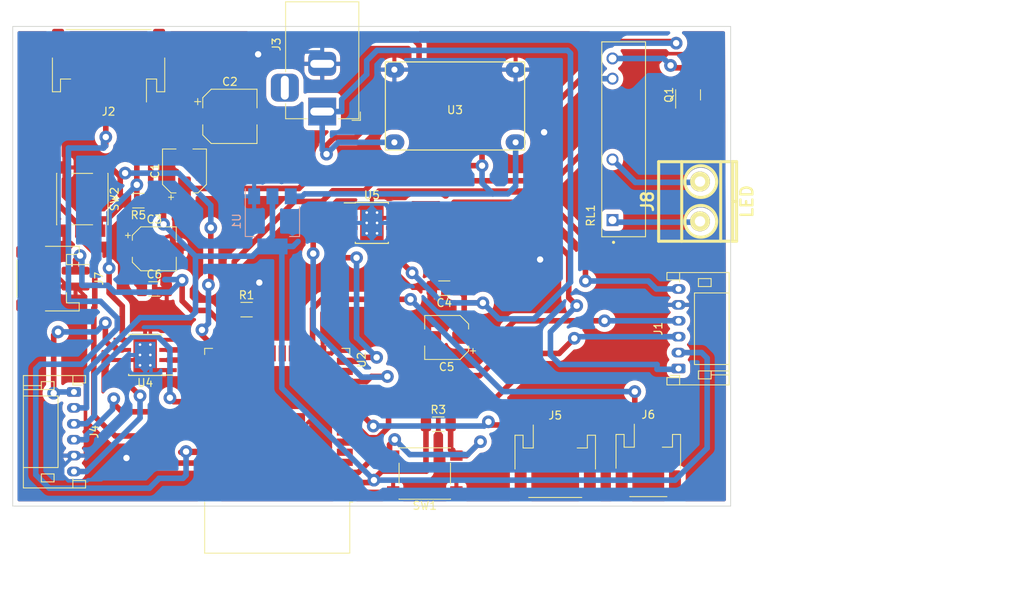
<source format=kicad_pcb>
(kicad_pcb (version 20211014) (generator pcbnew)
  (layers (0 "F.Cu" signal) (31 "B.Cu" signal) (34 "B.Paste" user) (35 "F.Paste" user) (36 "B.SilkS" user "B.Silkscreen") (37 "F.SilkS" user "F.Silkscreen") (38 "B.Mask" user) (39 "F.Mask" user) (44 "Edge.Cuts" user))
  (net 0 "")
  (net 1 "+5V")
  (net 2 "GND")
  (net 3 "+3V3")
  (net 4 "DTR")
  (net 5 "TX")
  (net 6 "RX")
  (net 7 "+12V")
  (net 8 "Out_M2A")
  (net 9 "ENC2_A")
  (net 10 "ENC2_B")
  (net 11 "Out_M2B")
  (net 13 "Net-(R3-Pad2)")
  (net 15 "Out_M1A")
  (net 17 "ENC1_A")
  (net 19 "ENC1_B")
  (net 20 "Out_M1B")
  (net 21 "BUT_01")
  (net 27 "BUT_02")
  (net 28 "Net-(R5-Pad2)")
  (net 29 "M2A")
  (net 30 "M2B")
  (net 35 "M1A")
  (net 36 "M1B")
  (net 42 "Net-(J8-Pad1)")
  (net 43 "Net-(J8-Pad2)")
  (net 44 "Light")
  (net 45 "Net-(Q1-Pad3)")
  (net 48 "END_2")
  (net 49 "END_1")
  (footprint "Connector_JST:JST_PH_S2B-PH-SM4-TB_1x02-1MP_P2.00mm_Horizontal" (layer "F.Cu") (at 196.10831 73.9349)
    (fp_text reference "J6")
    (fp_text value "End 2")
  )
  (footprint "Connector_JST:JST_PH_S3B-PH-SM4-TB_1x03-1MP_P2.00mm_Horizontal" (layer "F.Cu") (at 184.40831 74.0349)
    (fp_text reference "J5")
    (fp_text value "Conn_01x03")
  )
  (footprint "Capacitor_SMD:C_1206_3216Metric_Pad1.33x1.80mm_HandSolder" (layer "F.Cu") (at 170.4583 52.2349 180)
    (fp_text reference "C4")
    (fp_text value "0.1uF")
  )
  (footprint "Connector_JST:JST_PH_S6B-PH-K_1x06_P2.00mm_Horizontal" (layer "F.Cu") (at 199.90831 62.3349 90)
    (fp_text reference "J1")
    (fp_text value "MOT 2")
  )
  (footprint "Capacitor_SMD:CP_Elec_5x5.3" (layer "F.Cu") (at 170.7583 58.4349 180)
    (fp_text reference "C5")
    (fp_text value "47uF")
  )
  (footprint "w_conn_mkds:mkds_1,5-2" (layer "F.Cu") (at 202.60831 41.3349 90)
    (fp_text reference "J8")
    (fp_text value "LED")
  )
  (footprint "Connector_JST:JST_PH_S5B-PH-SM4-TB_1x05-1MP_P2.00mm_Horizontal" (layer "F.Cu") (at 128.2583 24.2349 180)
    (fp_text reference "J2")
    (fp_text value "Conn_01x05")
  )
  (footprint "Resistor_SMD:R_1206_3216Metric_Pad1.30x1.75mm_HandSolder" (layer "F.Cu") (at 169.70831 69.3349)
    (fp_text reference "R3")
    (fp_text value "10k")
  )
  (footprint "Capacitor_SMD:CP_Elec_5x5.3" (layer "F.Cu") (at 134.0083 47.2849)
    (fp_text reference "C3")
    (fp_text value "47uF")
  )
  (footprint "Package_SO:Texas_HTSOP-8-1EP_3.9x4.9mm_P1.27mm_EP2.95x4.9mm_Mask2.4x3.1mm_ThermalVias" (layer "F.Cu") (at 132.8583 60.6349 180)
    (fp_text reference "U4")
    (fp_text value "DRV8872DDA")
  )
  (footprint "Package_SO:Texas_HTSOP-8-1EP_3.9x4.9mm_P1.27mm_EP2.95x4.9mm_Mask2.4x3.1mm_ThermalVias" (layer "F.Cu") (at 161.3583 44.0349)
    (fp_text reference "U5")
    (fp_text value "DRV8872DDA")
  )
  (footprint "Capacitor_SMD:C_1206_3216Metric_Pad1.33x1.80mm_HandSolder" (layer "F.Cu") (at 134.0083 52.3349)
    (fp_text reference "C6")
    (fp_text value "0.1uF")
  )
  (footprint "Resistor_SMD:R_1206_3216Metric_Pad1.30x1.75mm_HandSolder" (layer "F.Cu") (at 145.60831 54.9349)
    (fp_text reference "R1")
    (fp_text value "10k")
  )
  (footprint "Button_Switch_SMD:SW_Push_1P1T_NO_6x6mm_H9.5mm" (layer "F.Cu") (at 124.9583 41.0349 -90)
    (fp_text reference "SW2")
    (fp_text value "Flash")
  )
  (footprint "Connector_JST:JST_PH_S2B-PH-SM4-TB_1x02-1MP_P2.00mm_Horizontal" (layer "F.Cu") (at 121.2583 51.0349 -90)
    (fp_text reference "J7")
    (fp_text value "End 1")
  )
  (footprint "G3MB202PDC12:RELAY_G3MB202PDC12" (layer "F.Cu") (at 193.00831 33.5204 90)
    (fp_text reference "RL1")
    (fp_text value "OmronG3MB")
  )
  (footprint "Capacitor_SMD:CP_Elec_6.3x4.9" (layer "F.Cu") (at 143.50831 30.6349)
    (fp_text reference "C2")
    (fp_text value "2.2uF")
  )
  (footprint "Resistor_SMD:R_1206_3216Metric_Pad1.30x1.75mm_HandSolder" (layer "F.Cu") (at 132.0083 41.2349 180)
    (fp_text reference "R5")
    (fp_text value "10k")
  )
  (footprint "RF_Module:ESP32-WROOM-32" (layer "F.Cu") (at 149.4583 69.6849 180)
    (fp_text reference "U2")
    (fp_text value "ESP32-WROOM-32")
  )
  (footprint "Capacitor_SMD:CP_Elec_5x4.4" (layer "F.Cu") (at 137.8 37.5 90)
    (fp_text reference "C1")
    (fp_text value "1uF")
  )
  (footprint "Connector_BarrelJack:BarrelJack_Horizontal" (layer "F.Cu") (at 155.1158 30.0349 -90)
    (fp_text reference "J3")
    (fp_text value "Barrel_Jack_Switch")
  )
  (footprint "Package_TO_SOT_SMD:SOT-23" (layer "F.Cu") (at 201.10831 27.9349 90)
    (fp_text reference "Q1")
    (fp_text value "BSS138")
  )
  (footprint "Connector_JST:JST_PH_S6B-PH-K_1x06_P2.00mm_Horizontal" (layer "F.Cu") (at 123.9083 65.2849 -90)
    (fp_text reference "J4")
    (fp_text value "MOT 1")
  )
  (footprint "Button_Switch_SMD:SW_Push_1P1T_NO_6x6mm_H9.5mm" (layer "F.Cu") (at 168.00831 75.5349 180)
    (fp_text reference "SW1")
    (fp_text value "Reset")
  )
  (footprint "Mini360_step-down:Mini360_step-down" (layer "F.Cu") (at 171.80831 29.3349)
    (fp_text reference "U3")
    (fp_text value "GW1546StepDown")
  )
  (footprint "Package_TO_SOT_SMD:SOT-223-3_TabPin2" (layer "B.Cu") (at 148.8583 43.8349 -90)
    (fp_text reference "U1")
    (fp_text value "AP1117-33")
  )
  (gr_rect (start 116.20831 19.332538) (end 206.460763 79.6349) (layer "Edge.Cuts") (width 0.1) (fill none))
  (segment (start 154.05839 37.8349) (end 158.20831 37.8349) (width 0.7) (layer "F.Cu") (net 1))
  (segment (start 199.40831 21.2349) (end 199.60831 21.4349) (width 0.7) (layer "F.Cu") (net 1))
  (segment (start 152.193291 39.7) (end 154.05839 37.8349) (width 0.7) (layer "F.Cu") (net 1))
  (segment (start 175.20831 32.2349) (end 177.20831 30.2349) (width 0.7) (layer "F.Cu") (net 1))
  (segment (start 137.8 39.7) (end 152.193291 39.7) (width 0.7) (layer "F.Cu") (net 1))
  (segment (start 189.00831 21.2349) (end 199.40831 21.2349) (width 0.7) (layer "F.Cu") (net 1))
  (segment (start 189.00831 24.5349) (end 189.00831 21.2349) (width 0.7) (layer "F.Cu") (net 1))
  (segment (start 183.30831 30.2349) (end 189.00831 24.5349) (width 0.7) (layer "F.Cu") (net 1))
  (segment (start 175.20831 36.8349) (end 175.20831 32.2349) (width 0.7) (layer "F.Cu") (net 1))
  (segment (start 177.20831 30.2349) (end 183.30831 30.2349) (width 0.7) (layer "F.Cu") (net 1))
  (segment (start 159.20831 36.8349) (end 175.20831 36.8349) (width 0.7) (layer "F.Cu") (net 1))
  (segment (start 158.20831 37.8349) (end 159.20831 36.8349) (width 0.7) (layer "F.Cu") (net 1))
  (via (at 199.60831 21.4349) (size 1.6) (drill 0.8) (layers "F.Cu" "B.Cu") (net 1))
  (via (at 175.20831 36.8349) (size 1.6) (drill 0.8) (layers "F.Cu" "B.Cu") (net 1))
  (segment (start 189.27381 25.9004) (end 191.60831 25.9004) (width 0.7) (layer "B.Cu") (net 1))
  (segment (start 175.20831 36.8349) (end 175.20831 39.0341) (width 0.7) (layer "B.Cu") (net 1))
  (segment (start 179.42831 39.4141) (end 178.45791 40.3845) (width 0.7) (layer "B.Cu") (net 1))
  (segment (start 179.42831 33.9049) (end 179.42831 39.4141) (width 0.7) (layer "B.Cu") (net 1))
  (segment (start 176.55871 40.3845) (end 178.45791 40.3845) (width 0.7) (layer "B.Cu") (net 1))
  (segment (start 189.50831 21.4349) (end 189.00831 21.9349) (width 0.7) (layer "B.Cu") (net 1))
  (segment (start 175.20831 39.0341) (end 176.55871 40.3845) (width 0.7) (layer "B.Cu") (net 1))
  (segment (start 189.00831 25.6349) (end 189.27381 25.9004) (width 0.7) (layer "B.Cu") (net 1))
  (segment (start 199.60831 21.4349) (end 189.50831 21.4349) (width 0.7) (layer "B.Cu") (net 1))
  (segment (start 189.00831 21.9349) (end 189.00831 25.6349) (width 0.7) (layer "B.Cu") (net 1))
  (segment (start 152.6083 40.6849) (end 152.9087 40.3845) (width 0.7) (layer "B.Cu") (net 1))
  (segment (start 152.9087 40.3845) (end 176.55871 40.3845) (width 0.7) (layer "B.Cu") (net 1))
  (segment (start 151.1583 40.6849) (end 152.6083 40.6849) (width 0.7) (layer "B.Cu") (net 1))
  (segment (start 136.2083 47.2849) (end 134.9908 48.5024) (width 0.45) (layer "F.Cu") (net 2))
  (segment (start 167.4583 57.3349) (end 168.5583 58.4349) (width 0.45) (layer "F.Cu") (net 2))
  (segment (start 147.15831 54.9349) (end 147.15831 51.5849) (width 0.45) (layer "F.Cu") (net 2))
  (segment (start 125.3534 53.28) (end 125.3534 73.2849) (width 0.45) (layer "F.Cu") (net 2))
  (segment (start 140.9583 77.9399) (end 146.0333 77.9399) (width 0.45) (layer "F.Cu") (net 2))
  (segment (start 132.2933 60.6349) (end 131.6583 61.2699) (width 0.45) (layer "F.Cu") (net 2))
  (segment (start 129.9833 61.2699) (end 131.6583 61.2699) (width 0.45) (layer "F.Cu") (net 2))
  (segment (start 202.05831 28.8724) (end 202.05831 31.0849) (width 0.45) (layer "F.Cu") (net 2))
  (segment (start 181.80831 73.7349) (end 183.50831 75.4349) (width 0.45) (layer "F.Cu") (net 2))
  (segment (start 182.0958 48.22239) (end 182.50831 48.6349) (width 0.45) (layer "F.Cu") (net 2))
  (segment (start 133.5083 54.3974) (end 133.5083 59.3349) (width 0.45) (layer "F.Cu") (net 2))
  (segment (start 181.80831 73.7349) (end 176.90831 73.7349) (width 0.45) (layer "F.Cu") (net 2))
  (segment (start 136.4961 43.6534) (end 136.4961 46.9971) (width 0.45) (layer "F.Cu") (net 2))
  (segment (start 203.80831 31.3349) (end 203.80831 24.3349) (width 0.45) (layer "F.Cu") (net 2))
  (segment (start 160.7083 42.7349) (end 160.1583 42.1849) (width 0.45) (layer "F.Cu") (net 2))
  (segment (start 146.633755 27.060345) (end 146.033755 27.660345) (width 0.45) (layer "F.Cu") (net 2))
  (segment (start 123.145 52.0349) (end 124.1083 52.0349) (width 0.45) (layer "F.Cu") (net 2))
  (segment (start 164.2333 43.3999) (end 162.5583 43.3999) (width 0.45) (layer "F.Cu") (net 2))
  (segment (start 135.5708 52.3349) (end 133.5083 54.3974) (width 0.45) (layer "F.Cu") (net 2))
  (segment (start 128.3777 48.3803) (end 125.2806 45.2832) (width 0.45) (layer "F.Cu") (net 2))
  (segment (start 134.9908 51.7549) (end 135.5708 52.3349) (width 0.45) (layer "F.Cu") (net 2))
  (segment (start 171.5333 77.6453) (end 165.0729 77.6453) (width 0.45) (layer "F.Cu") (net 2))
  (segment (start 157.9583 77.9399) (end 159.5333 77.9399) (width 0.45) (layer "F.Cu") (net 2))
  (segment (start 164.2583 77.7849) (end 163.5833 77.7849) (width 0.45) (layer "F.Cu") (net 2))
  (segment (start 125.2806 45.2832) (end 125.2806 38.4072) (width 0.45) (layer "F.Cu") (net 2))
  (segment (start 122.7083 37.0599) (end 123.9333 37.0599) (width 0.45) (layer "F.Cu") (net 2))
  (segment (start 147.10831 24.9349) (end 146.633755 25.409455) (width 0.45) (layer "F.Cu") (net 2))
  (segment (start 122.7083 46.3599) (end 121.8286 47.2396) (width 0.45) (layer "F.Cu") (net 2))
  (segment (start 137.8 35.3) (end 136.4241 36.6759) (width 0.45) (layer "F.Cu") (net 2))
  (segment (start 184.40831 74.6349) (end 184.40831 71.1849) (width 0.45) (layer "F.Cu") (net 2))
  (segment (start 125.2806 38.4072) (end 123.9333 37.0599) (width 0.45) (layer "F.Cu") (net 2))
  (segment (start 124.2583 27.0849) (end 122.7083 28.6349) (width 0.45) (layer "F.Cu") (net 2))
  (segment (start 136.4241 43.5814) (end 136.4961 43.6534) (width 0.45) (layer "F.Cu") (net 2))
  (segment (start 189.60831 74.6349) (end 184.40831 74.6349) (width 0.45) (layer "F.Cu") (net 2))
  (segment (start 197.10831 67.8349) (end 202.90831 67.8349) (width 0.45) (layer "F.Cu") (net 2))
  (segment (start 162.0083 44.0349) (end 161.6833 44.0349) (width 0.45) (layer "F.Cu") (net 2))
  (segment (start 191.871552 29.9349) (end 188.30831 29.9349) (width 0.45) (layer "F.Cu") (net 2))
  (segment (start 184.10831 75.4349) (end 184.40831 75.1349) (width 0.45) (layer "F.Cu") (net 2))
  (segment (start 121.8286 47.2396) (end 121.8286 50.7185) (width 0.45) (layer "F.Cu") (net 2))
  (segment (start 204.50831 66.2349) (end 204.50831 55.9349) (width 0.45) (layer "F.Cu") (net 2))
  (segment (start 162.0083 42.7349) (end 160.7083 42.7349) (width 0.45) (layer "F.Cu") (net 2))
  (segment (start 203.80831 24.3349) (end 202.232821 22.759411) (width 0.45) (layer "F.Cu") (net 2))
  (segment (start 156.10831 57.3349) (end 167.4583 57.3349) (width 0.45) (layer "F.Cu") (net 2))
  (segment (start 146.633755 25.409455) (end 146.633755 27.060345) (width 0.45) (layer "F.Cu") (net 2))
  (segment (start 150.4583 73.5149) (end 154.8833 77.9399) (width 0.45) (layer "F.Cu") (net 2))
  (segment (start 129.6526 51.758) (end 129.6526 49.1566) (width 0.45) (layer "F.Cu") (net 2))
  (segment (start 146.0333 77.9399) (end 150.4583 73.5149) (width 0.45) (layer "F.Cu") (net 2))
  (segment (start 129.6526 49.1566) (end 128.8763 48.3803) (width 0.45) (layer "F.Cu") (net 2))
  (segment (start 134.9908 48.5024) (end 134.9908 51.7549) (width 0.45) (layer "F.Cu") (net 2))
  (segment (start 146.30831 27.9349) (end 146.30831 30.6349) (width 0.45) (layer "F.Cu") (net 2))
  (segment (start 128.8763 48.3803) (end 128.3777 48.3803) (width 0.45) (layer "F.Cu") (net 2))
  (segment (start 160.1583 42.1849) (end 160.1583 42.1299) (width 0.45) (layer "F.Cu") (net 2))
  (segment (start 125.3534 73.2849) (end 127.805855 75.737355) (width 0.45) (layer "F.Cu") (net 2))
  (segment (start 162.0083 47.7674) (end 166.4758 52.2349) (width 0.45) (layer "F.Cu") (net 2))
  (segment (start 127.805855 75.737355) (end 128.355855 75.737355) (width 0.45) (layer "F.Cu") (net 2))
  (segment (start 121.8286 50.7185) (end 123.145 52.0349) (width 0.45) (layer "F.Cu") (net 2))
  (segment (start 155.1733 58.26991) (end 156.10831 57.3349) (width 0.45) (layer "F.Cu") (net 2))
  (segment (start 197.10831 71.0849) (end 197.10831 67.8349) (width 0.45) (layer "F.Cu") (net 2))
  (segment (start 132.5333 60.6349) (end 132.2933 60.6349) (width 0.45) (layer "F.Cu") (net 2))
  (segment (start 124.1083 52.0349) (end 125.3534 53.28) (width 0.45) (layer "F.Cu") (net 2))
  (segment (start 155.1733 60.4299) (end 155.1733 58.26991) (width 0.45) (layer "F.Cu") (net 2))
  (segment (start 146.033755 27.660345) (end 146.30831 27.9349) (width 0.45) (layer "F.Cu") (net 2))
  (segment (start 146.30831 30.6349) (end 141.64321 35.3) (width 0.45) (layer "F.Cu") (net 2))
  (segment (start 197.10831 67.8349) (end 197.10831 64.9349) (width 0.45) (layer "F.Cu") (net 2))
  (segment (start 132.2083 60.6349) (end 132.5333 60.6349) (width 0.45) (layer "F.Cu") (net 2))
  (segment (start 158.4833 42.1299) (end 160.1583 42.1299) (width 0.45) (layer "F.Cu") (net 2))
  (segment (start 172.90831 48.22239) (end 182.0958 48.22239) (width 0.45) (layer "F.Cu") (net 2))
  (segment (start 163.5833 77.7849) (end 159.6883 77.7849) (width 0.45) (layer "F.Cu") (net 2))
  (segment (start 165.0729 77.6453) (end 164.9333 77.7849) (width 0.45) (layer "F.Cu") (net 2))
  (segment (start 133.5083 59.3349) (end 132.2083 59.3349) (width 0.45) (layer "F.Cu") (net 2))
  (segment (start 132.5333 60.6349) (end 132.8583 60.6349) (width 0.45) (layer "F.Cu") (net 2))
  (segment (start 136.4241 36.6759) (end 136.4241 43.5814) (width 0.45) (layer "F.Cu") (net 2))
  (segment (start 176.707355 76.685855) (end 175.60831 77.7849) (width 0.45) (layer "F.Cu") (net 2))
  (segment (start 168.5583 52.5724) (end 168.8958 52.2349) (width 0.45) (layer "F.Cu") (net 2))
  (segment (start 202.05831 31.0849) (end 202.30831 31.3349) (width 0.45) (layer "F.Cu") (net 2))
  (segment (start 185.60831 32.6349) (end 183.00831 32.6349) (width 0.45) (layer "F.Cu") (net 2))
  (segment (start 198.510656 22.759411) (end 196.00831 25.261757) (width 0.45) (layer "F.Cu") (net 2))
  (segment (start 130.0084 77.9399) (end 140.9583 77.9399) (width 0.45) (layer "F.Cu") (net 2))
  (segment (start 171.5333 77.5649) (end 171.5333 77.6453) (width 0.45) (layer "F.Cu") (net 2))
  (segment (start 183.50831 75.4349) (end 184.10831 75.4349) (width 0.45) (layer "F.Cu") (net 2))
  (segment (start 147.05831 22.8349) (end 147.05831 24.8849) (width 0.45) (layer "F.Cu") (net 2))
  (segment (start 122.7083 28.6349) (end 122.7083 37.0599) (width 0.45) (layer "F.Cu") (net 2))
  (segment (start 171.5333 77.7849) (end 171.5333 77.6453) (width 0.45) (layer "F.Cu") (net 2))
  (segment (start 150.4583 71.9774) (end 150.4583 73.5149) (width 0.45) (layer "F.Cu") (net 2))
  (segment (start 154.8833 77.9399) (end 157.9583 77.9399) (width 0.45) (layer "F.Cu") (net 2))
  (segment (start 202.232821 22.759411) (end 198.510656 22.759411) (width 0.45) (layer "F.Cu") (net 2))
  (segment (start 127.805855 75.737355) (end 130.0084 77.9399) (width 0.45) (layer "F.Cu") (net 2))
  (segment (start 162.0083 45.3349) (end 162.0083 47.7674) (width 0.45) (layer "F.Cu") (net 2))
  (segment (start 196.00831 25.798142) (end 191.871552 29.9349) (width 0.45) (layer "F.Cu") (net 2))
  (segment (start 136.4961 46.9971) (end 136.2083 47.2849) (width 0.45) (layer "F.Cu") (net 2))
  (segment (start 184.40831 75.1349) (end 184.40831 74.6349) (width 0.45) (layer "F.Cu") (net 2))
  (segment (start 148.00831 24.0349) (end 147.10831 24.9349) (width 0.45) (layer "F.Cu") (net 2))
  (segment (start 137.8 35.3) (end 139.34321 35.3) (width 0.45) (layer "F.Cu") (net 2))
  (segment (start 162.0083 45.3349) (end 160.7083 45.3349) (width 0.45) (layer "F.Cu") (net 2))
  (segment (start 197.10831 64.9349) (end 195.20831 63.0349) (width 0.45) (layer "F.Cu") (net 2))
  (segment (start 147.15831 51.5849) (end 147.20831 51.5349) (width 0.45) (layer "F.Cu") (net 2))
  (segment (start 196.00831 25.261757) (end 196.00831 25.798142) (width 0.45) (layer "F.Cu") (net 2))
  (segment (start 202.30831 31.3349) (end 203.80831 31.3349) (width 0.45) (layer "F.Cu") (net 2))
  (segment (start 133.5083 54.3974) (end 132.292 54.3974) (width 0.45) (layer "F.Cu") (net 2))
  (segment (start 190.40831 66.6349) (end 190.40831 73.8349) (width 0.45) (layer "F.Cu") (net 2))
  (segment (start 172.90831 48.22239) (end 168.8958 52.2349) (width 0.45) (layer "F.Cu") (net 2))
  (segment (start 128.355855 75.737355) (end 130.50831 73.5849) (width 0.45) (layer "F.Cu") (net 2))
  (segment (start 188.30831 29.9349) (end 185.60831 32.6349) (width 0.45) (layer "F.Cu") (net 2))
  (segment (start 166.4758 52.2349) (end 168.8958 52.2349) (width 0.45) (layer "F.Cu") (net 2))
  (segment (start 176.90831 73.7349) (end 176.707355 73.935855) (width 0.45) (layer "F.Cu") (net 2))
  (segment (start 168.5583 58.4349) (end 168.5583 52.5724) (width 0.45) (layer "F.Cu") (net 2))
  (segment (start 202.90831 54.3349) (end 199.90831 54.3349) (width 0.45) (layer "F.Cu") (net 2))
  (segment (start 164.2583 77.7849) (end 164.9333 77.7849) (width 0.45) (layer "F.Cu") (net 2))
  (segment (start 159.6883 77.7849) (end 159.5333 77.9399) (width 0.45) (layer "F.Cu") (net 2))
  (segment (start 202.90831 67.8349) (end 204.50831 66.2349) (width 0.45) (layer "F.Cu") (net 2))
  (segment (start 155.1733 67.2624) (end 155.1733 60.4299) (width 0.45) (layer "F.Cu") (net 2))
  (segment (start 161.6833 44.0349) (end 161.9233 44.0349) (width 0.45) (layer "F.Cu") (net 2))
  (segment (start 135.7333 62.5399) (end 134.0583 62.5399) (width 0.45) (layer "F.Cu") (net 2))
  (segment (start 194.00831 63.0349) (end 190.40831 66.6349) (width 0.45) (layer "F.Cu") (net 2))
  (segment (start 139.34321 35.3) (end 139.6 35.3) (width 0.45) (layer "F.Cu") (net 2))
  (segment (start 150.4583 70.4399) (end 150.4583 71.9774) (width 0.45) (layer "F.Cu") (net 2))
  (segment (start 132.8583 60.6349) (end 133.5083 60.6349) (width 0.45) (layer "F.Cu") (net 2))
  (segment (start 150.4583 71.9774) (end 155.1733 67.2624) (width 0.45) (layer "F.Cu") (net 2))
  (segment (start 141.64321 35.3) (end 139.34321 35.3) (width 0.45) (layer "F.Cu") (net 2))
  (segment (start 204.50831 55.9349) (end 202.90831 54.3349) (width 0.45) (layer "F.Cu") (net 2))
  (segment (start 195.20831 63.0349) (end 194.00831 63.0349) (width 0.45) (layer "F.Cu") (net 2))
  (segment (start 161.3583 44.0349) (end 160.7083 44.0349) (width 0.45) (layer "F.Cu") (net 2))
  (segment (start 133.5083 61.9349) (end 134.0583 62.4849) (width 0.45) (layer "F.Cu") (net 2))
  (segment (start 190.40831 73.8349) (end 189.60831 74.6349) (width 0.45) (layer "F.Cu") (net 2))
  (segment (start 147.05831 24.8849) (end 147.10831 24.9349) (width 0.45) (layer "F.Cu") (net 2))
  (segment (start 161.6833 44.0349) (end 161.3583 44.0349) (width 0.45) (layer "F.Cu") (net 2))
  (segment (start 161.9233 44.0349) (end 162.5583 43.3999) (width 0.45) (layer "F.Cu") (net 2))
  (segment (start 175.60831 77.7849) (end 171.5333 77.7849) (width 0.45) (layer "F.Cu") (net 2))
  (segment (start 132.292 54.3974) (end 129.6526 51.758) (width 0.45) (layer "F.Cu") (net 2))
  (segment (start 134.0583 62.4849) (end 134.0583 62.5399) (width 0.45) (layer "F.Cu") (net 2))
  (segment (start 176.707355 73.935855) (end 176.707355 76.685855) (width 0.45) (layer "F.Cu") (net 2))
  (segment (start 122.7083 45.0099) (end 122.7083 46.3599) (width 0.45) (layer "F.Cu") (net 2))
  (via (at 147.20831 51.5349) (size 1.6) (drill 0.8) (layers "F.Cu" "B.Cu") (net 2))
  (via (at 147.05831 22.8349) (size 1.6) (drill 0.8) (layers "F.Cu" "B.Cu") (net 2))
  (via (at 130.50831 73.5849) (size 1.6) (drill 0.8) (layers "F.Cu" "B.Cu") (net 2))
  (via (at 183.00831 32.6349) (size 1.6) (drill 0.8) (layers "F.Cu" "B.Cu") (net 2))
  (via (at 182.50831 48.6349) (size 1.6) (drill 0.8) (layers "F.Cu" "B.Cu") (net 2))
  (segment (start 146.5583 40.6849) (end 146.5583 36.3247) (width 0.45) (layer "B.Cu") (net 2))
  (segment (start 155.1158 24.0349) (end 155.1158 22.54239) (width 0.45) (layer "B.Cu") (net 2))
  (segment (start 183.00831 32.6349) (end 183.00831 39.6349) (width 0.45) (layer "B.Cu") (net 2))
  (segment (start 133.5083 61.9349) (end 133.5083 60.6349) (width 0.45) (layer "B.Cu") (net 2))
  (segment (start 133.5842 68.4225) (end 133.5842 70.50901) (width 0.45) (layer "B.Cu") (net 2))
  (segment (start 147.05831 22.8349) (end 147.05831 35.2849) (width 0.45) (layer "B.Cu") (net 2))
  (segment (start 147.20831 67.5349) (end 147.20831 51.5349) (width 0.45) (layer "B.Cu") (net 2))
  (segment (start 122.4815 75.7345) (end 122.4815 74.7117) (width 0.45) (layer "B.Cu") (net 2))
  (segment (start 125.690055 76.316645) (end 125.5494 76.4573) (width 0.45) (layer "B.Cu") (net 2))
  (segment (start 130.05831 73.5849) (end 127.326565 76.316645) (width 0.45) (layer "B.Cu") (net 2))
  (segment (start 160.7083 45.3349) (end 160.7083 44.0349) (width 0.45) (layer "B.Cu") (net 2))
  (segment (start 183.33831 32.3049) (end 183.33831 24.7649) (width 0.45) (layer "B.Cu") (net 2))
  (segment (start 132.8583 60.6349) (end 132.2083 60.6349) (width 0.45) (layer "B.Cu") (net 2))
  (segment (start 133.5842 62.0108) (end 133.5842 68.4225) (width 0.45) (layer "B.Cu") (net 2))
  (segment (start 127.326565 76.316645) (end 125.690055 76.316645) (width 0.45) (layer "B.Cu") (net 2))
  (segment (start 123.2043 76.4573) (end 122.4815 75.7345) (width 0.45) (layer "B.Cu") (net 2))
  (segment (start 185.00831 44.4849) (end 185.00831 48.9349) (width 0.45) (layer "B.Cu") (net 2))
  (segment (start 182.50831 48.6349) (end 184.70831 48.6349) (width 0.45) (layer "B.Cu") (net 2))
  (segment (start 122.4815 74.7117) (end 123.9083 73.2849) (width 0.45) (layer "B.Cu") (net 2))
  (segment (start 184.15831 43.6349) (end 185.00831 44.4849) (width 0.45) (layer "B.Cu") (net 2))
  (segment (start 183.00831 32.6349) (end 183.33831 32.3049) (width 0.45) (layer "B.Cu") (net 2))
  (segment (start 183.60831 43.6349) (end 184.15831 43.6349) (width 0.45) (layer "B.Cu") (net 2))
  (segment (start 130.50831 73.5849) (end 130.50831 73.2849) (width 0.45) (layer "B.Cu") (net 2))
  (segment (start 147.35082 22.54239) (end 147.05831 22.8349) (width 0.45) (layer "B.Cu") (net 2))
  (segment (start 164.18831 24.7649) (end 179.42831 24.7649) (width 0.45) (layer "B.Cu") (net 2))
  (segment (start 161.3583 44.0349) (end 162.0083 44.0349) (width 0.45) (layer "B.Cu") (net 2))
  (segment (start 144.2342 70.50901) (end 147.20831 67.5349) (width 0.45) (layer "B.Cu") (net 2))
  (segment (start 160.7083 42.7349) (end 160.7083 44.0349) (width 0.45) (layer "B.Cu") (net 2))
  (segment (start 147.05831 35.2849) (end 147.328205 35.554795) (width 0.45) (layer "B.Cu") (net 2))
  (segment (start 133.5842 70.50901) (end 130.50831 73.5849) (width 0.45) (layer "B.Cu") (net 2))
  (segment (start 183.00831 39.6349) (end 183.508305 40.134895) (width 0.45) (layer "B.Cu") (net 2))
  (segment (start 184.70831 48.6349) (end 185.00831 48.9349) (width 0.45) (layer "B.Cu") (net 2))
  (segment (start 179.42831 24.7649) (end 183.33831 24.7649) (width 0.45) (layer "B.Cu") (net 2))
  (segment (start 132.2083 61.9349) (end 132.2083 60.6349) (width 0.45) (layer "B.Cu") (net 2))
  (segment (start 125.5494 76.4573) (end 123.2043 76.4573) (width 0.45) (layer "B.Cu") (net 2))
  (segment (start 183.508305 40.134895) (end 183.508305 43.534895) (width 0.45) (layer "B.Cu") (net 2))
  (segment (start 183.508305 43.534895) (end 183.60831 43.6349) (width 0.45) (layer "B.Cu") (net 2))
  (segment (start 132.2083 59.3349) (end 132.2083 60.6349) (width 0.45) (layer "B.Cu") (net 2))
  (segment (start 133.5842 70.50901) (end 144.2342 70.50901) (width 0.45) (layer "B.Cu") (net 2))
  (segment (start 133.5083 61.9349) (end 133.5842 62.0108) (width 0.45) (layer "B.Cu") (net 2))
  (segment (start 155.1158 22.54239) (end 147.35082 22.54239) (width 0.45) (layer "B.Cu") (net 2))
  (segment (start 146.5583 36.3247) (end 147.328205 35.554795) (width 0.45) (layer "B.Cu") (net 2))
  (segment (start 130.50831 73.5849) (end 130.05831 73.5849) (width 0.45) (layer "B.Cu") (net 2))
  (segment (start 161.6203 76.22291) (end 162.60831 75.2349) (width 0.7) (layer "F.Cu") (net 3))
  (segment (start 161.3197 76.6699) (end 157.9583 76.6699) (width 0.7) (layer "F.Cu") (net 3))
  (segment (start 135.1708 44.2024) (end 135.1708 42.8474) (width 0.7) (layer "F.Cu") (net 3))
  (segment (start 139.7017 30.3) (end 140.2 30.3) (width 0.7) (layer "F.Cu") (net 3))
  (segment (start 168.15831 75.1849) (end 168.20831 75.2349) (width 0.7) (layer "F.Cu") (net 3))
  (segment (start 161.6203 76.3693) (end 161.3197 76.6699) (width 0.7) (layer "F.Cu") (net 3))
  (segment (start 168.15831 69.3349) (end 168.15831 75.1849) (width 0.7) (layer "F.Cu") (net 3))
  (segment (start 133.5583 36.4434) (end 139.7017 30.3) (width 0.7) (layer "F.Cu") (net 3))
  (segment (start 161.6203 76.3693) (end 161.6203 76.22291) (width 0.7) (layer "F.Cu") (net 3))
  (segment (start 133.5583 41.2349) (end 133.5583 36.4434) (width 0.7) (layer "F.Cu") (net 3))
  (segment (start 135.1708 42.8474) (end 133.5583 41.2349) (width 0.7) (layer "F.Cu") (net 3))
  (segment (start 162.60831 75.2349) (end 168.20831 75.2349) (width 0.7) (layer "F.Cu") (net 3))
  (segment (start 161.6203 76.3693) (end 161.77391 76.3693) (width 0.7) (layer "F.Cu") (net 3))
  (via (at 161.6203 76.3693) (size 1.6) (drill 0.8) (layers "F.Cu" "B.Cu") (net 3))
  (via (at 135.1708 44.2024) (size 1.6) (drill 0.8) (layers "F.Cu" "B.Cu") (net 3))
  (segment (start 123.9083 67.2849) (end 125.4833 67.2849) (width 0.7) (layer "B.Cu") (net 3))
  (segment (start 161.6203 76.3693) (end 199.47391 76.3693) (width 0.7) (layer "B.Cu") (net 3))
  (segment (start 139.1853 55.25791) (end 138.502765 55.940445) (width 0.7) (layer "B.Cu") (net 3))
  (segment (start 125.4833 67.2849) (end 125.4833 62.671) (width 0.7) (layer "B.Cu") (net 3))
  (segment (start 125.4833 62.671) (end 132.213855 55.940445) (width 0.7) (layer "B.Cu") (net 3))
  (segment (start 148.8583 45.6849) (end 147.5583 46.9849) (width 0.7) (layer "B.Cu") (net 3))
  (segment (start 138.502765 55.940445) (end 132.213855 55.940445) (width 0.7) (layer "B.Cu") (net 3))
  (segment (start 148.8583 40.6849) (end 148.8583 45.6849) (width 0.7) (layer "B.Cu") (net 3))
  (segment (start 139.1853 48.2169) (end 135.1708 44.2024) (width 0.7) (layer "B.Cu") (net 3))
  (segment (start 152.0762 46.367) (end 151.4583 46.9849) (width 0.7) (layer "B.Cu") (net 3))
  (segment (start 199.47391 76.3693) (end 203.50831 72.3349) (width 0.7) (layer "B.Cu") (net 3))
  (segment (start 139.1853 48.2169) (end 139.1853 55.25791) (width 0.7) (layer "B.Cu") (net 3))
  (segment (start 150.0423 46.9849) (end 151.4583 46.9849) (width 0.7) (layer "B.Cu") (net 3))
  (segment (start 203.50831 72.3349) (end 203.50831 61.0349) (width 0.7) (layer "B.Cu") (net 3))
  (segment (start 139.1853 48.2169) (end 146.3263 48.2169) (width 0.7) (layer "B.Cu") (net 3))
  (segment (start 202.80831 60.3349) (end 199.90831 60.3349) (width 0.7) (layer "B.Cu") (net 3))
  (segment (start 146.3263 48.2169) (end 147.5583 46.9849) (width 0.7) (layer "B.Cu") (net 3))
  (segment (start 150.0423 46.9849) (end 150.0423 64.7913) (width 0.7) (layer "B.Cu") (net 3))
  (segment (start 203.50831 61.0349) (end 202.80831 60.3349) (width 0.7) (layer "B.Cu") (net 3))
  (segment (start 148.8583 46.9849) (end 147.5583 46.9849) (width 0.7) (layer "B.Cu") (net 3))
  (segment (start 150.0423 64.7913) (end 161.6203 76.3693) (width 0.7) (layer "B.Cu") (net 3))
  (segment (start 148.8583 46.9849) (end 150.0423 46.9849) (width 0.7) (layer "B.Cu") (net 3))
  (segment (start 126.5242 47.8249) (end 126.5242 54.6226) (width 0.7) (layer "F.Cu") (net 5))
  (segment (start 121.4079 26.9037) (end 121.4079 41.1971) (width 0.7) (layer "F.Cu") (net 5))
  (segment (start 129.091055 70.817645) (end 132.491055 70.817645) (width 0.7) (layer "F.Cu") (net 5))
  (segment (start 130.2583 27.0849) (end 130.2583 23.48491) (width 0.7) (layer "F.Cu") (net 5))
  (segment (start 124.9767 23.3349) (end 121.4079 26.9037) (width 0.7) (layer "F.Cu") (net 5))
  (segment (start 139.2583 74.1299) (end 140.9583 74.1299) (width 0.7) (layer "F.Cu") (net 5))
  (segment (start 124.4052 45.7059) (end 126.5242 47.8249) (width 0.7) (layer "F.Cu") (net 5))
  (segment (start 130.10829 23.3349) (end 124.9767 23.3349) (width 0.7) (layer "F.Cu") (net 5))
  (segment (start 132.491055 70.817645) (end 132.491055 73.617645) (width 0.7) (layer "F.Cu") (net 5))
  (segment (start 124.4052 44.1944) (end 124.4052 45.7059) (width 0.7) (layer "F.Cu") (net 5))
  (segment (start 126.4066 68.23319) (end 128.1132 69.93979) (width 0.7) (layer "F.Cu") (net 5))
  (segment (start 132.491055 73.617645) (end 133.09871 74.2253) (width 0.7) (layer "F.Cu") (net 5))
  (segment (start 121.4079 41.1971) (end 124.4052 44.1944) (width 0.7) (layer "F.Cu") (net 5))
  (segment (start 130.2583 23.48491) (end 130.10829 23.3349) (width 0.7) (layer "F.Cu") (net 5))
  (segment (start 133.09871 74.2253) (end 139.1629 74.2253) (width 0.7) (layer "F.Cu") (net 5))
  (segment (start 126.4066 54.7402) (end 126.4066 68.23319) (width 0.7) (layer "F.Cu") (net 5))
  (segment (start 139.1629 74.2253) (end 139.2583 74.1299) (width 0.7) (layer "F.Cu") (net 5))
  (segment (start 128.1132 69.93979) (end 128.2132 69.93979) (width 0.7) (layer "F.Cu") (net 5))
  (segment (start 126.5242 54.6226) (end 126.4066 54.7402) (width 0.7) (layer "F.Cu") (net 5))
  (segment (start 128.2132 69.93979) (end 129.091055 70.817645) (width 0.7) (layer "F.Cu") (net 5))
  (segment (start 139.1734 72.775) (end 139.2583 72.8599) (width 0.7) (layer "F.Cu") (net 6))
  (segment (start 140.9583 72.8599) (end 139.2583 72.8599) (width 0.7) (layer "F.Cu") (net 6))
  (segment (start 127.90831 34.3349) (end 127.90831 29.91979) (width 0.7) (layer "F.Cu") (net 6))
  (segment (start 140.9583 72.8599) (end 137.33331 72.8599) (width 0.7) (layer "F.Cu") (net 6))
  (segment (start 128.2583 29.5698) (end 128.100755 29.727345) (width 0.7) (layer "F.Cu") (net 6))
  (segment (start 137.999 72.775) (end 139.1734 72.775) (width 0.7) (layer "F.Cu") (net 6))
  (segment (start 128.2583 27.0849) (end 128.2583 29.5698) (width 0.7) (layer "F.Cu") (net 6))
  (segment (start 127.90831 29.91979) (end 128.100755 29.727345) (width 0.7) (layer "F.Cu") (net 6))
  (via (at 127.90831 33.2349) (size 1.6) (drill 0.8) (layers "F.Cu" "B.Cu") (net 6))
  (via (at 137.999 72.775) (size 1.6) (drill 0.8) (layers "F.Cu" "B.Cu") (net 6))
  (segment (start 129.3536 57.3102) (end 129.3536 55.9905) (width 0.7) (layer "B.Cu") (net 6))
  (segment (start 119.10831 75.6849) (end 119.10831 62.3849) (width 0.7) (layer "B.Cu") (net 6))
  (segment (start 123.363465 53.890055) (end 123.2123 53.73889) (width 0.7) (layer "B.Cu") (net 6))
  (segment (start 127.62741 34.6158) (end 127.62741 33.5158) (width 0.7) (layer "B.Cu") (net 6))
  (segment (start 137.60831 76.1349) (end 134.60831 76.1349) (width 0.7) (layer "B.Cu") (net 6))
  (segment (start 134.623705 76.150295) (end 133.3966 77.3774) (width 0.7) (layer "B.Cu") (net 6))
  (segment (start 129.3536 55.9905) (end 127.253155 53.890055) (width 0.7) (layer "B.Cu") (net 6))
  (segment (start 133.3966 77.3774) (end 120.80081 77.3774) (width 0.7) (layer "B.Cu") (net 6))
  (segment (start 134.60831 76.1349) (end 134.623705 76.150295) (width 0.7) (layer "B.Cu") (net 6))
  (segment (start 119.698015 61.795195) (end 124.868605 61.795195) (width 0.7) (layer "B.Cu") (net 6))
  (segment (start 123.2123 53.73889) (end 123.2123 34.6158) (width 0.7) (layer "B.Cu") (net 6))
  (segment (start 123.2123 34.6158) (end 127.62741 34.6158) (width 0.7) (layer "B.Cu") (net 6))
  (segment (start 137.999 72.775) (end 137.999 75.74421) (width 0.7) (layer "B.Cu") (net 6))
  (segment (start 119.10831 62.3849) (end 119.698015 61.795195) (width 0.7) (layer "B.Cu") (net 6))
  (segment (start 127.62741 33.5158) (end 127.90831 33.2349) (width 0.7) (layer "B.Cu") (net 6))
  (segment (start 120.80081 77.3774) (end 119.10831 75.6849) (width 0.7) (layer "B.Cu") (net 6))
  (segment (start 137.999 75.74421) (end 137.60831 76.1349) (width 0.7) (layer "B.Cu") (net 6))
  (segment (start 127.253155 53.890055) (end 123.363465 53.890055) (width 0.7) (layer "B.Cu") (net 6))
  (segment (start 124.868605 61.795195) (end 129.3536 57.3102) (width 0.7) (layer "B.Cu") (net 6))
  (segment (start 127.62741 34.6158) (end 127.90831 34.3349) (width 0.7) (layer "B.Cu") (net 6))
  (segment (start 136.90831 30.4349) (end 136.90831 26.2349) (width 0.7) (layer "F.Cu") (net 7))
  (segment (start 172.9583 58.4349) (end 172.9583 54.082) (width 0.7) (layer "F.Cu") (net 7))
  (segment (start 131.8083 39.2405) (end 131.8083 47.2849) (width 0.7) (layer "F.Cu") (net 7))
  (segment (start 131.8083 39.2405) (end 131.8083 35.5835) (width 0.7) (layer "F.Cu") (net 7))
  (segment (start 156.60831 33.3349) (end 155.65831 34.2849) (width 0.7) (layer "F.Cu") (net 7))
  (segment (start 145.332605 22.059195) (end 146.5718 20.82) (width 0.7) (layer "F.Cu") (net 7))
  (segment (start 136.90831 26.2349) (end 141.084015 22.059195) (width 0.7) (layer "F.Cu") (net 7))
  (segment (start 136.932605 30.459195) (end 136.90831 30.4349) (width 0.7) (layer "F.Cu") (net 7))
  (segment (start 175.3108 54.082) (end 172.9583 54.082) (width 0.7) (layer "F.Cu") (net 7))
  (segment (start 172.9583 54.082) (end 172.9583 53.1724) (width 0.7) (layer "F.Cu") (net 7))
  (segment (start 146.5718 20.82) (end 166.4515 20.82) (width 0.7) (layer "F.Cu") (net 7))
  (segment (start 131.8083 35.5835) (end 136.932605 30.459195) (width 0.7) (layer "F.Cu") (net 7))
  (segment (start 167.2905 25.3491) (end 159.3047 33.3349) (width 0.7) (layer "F.Cu") (net 7))
  (segment (start 129.9833 54.4978) (end 128.3273 52.8418) (width 0.7) (layer "F.Cu") (net 7))
  (segment (start 155.65831 34.2849) (end 155.65831 35.3849) (width 0.7) (layer "F.Cu") (net 7))
  (segment (start 128.3273 52.8418) (end 128.3273 49.7056) (width 0.7) (layer "F.Cu") (net 7))
  (segment (start 131.8083 51.6974) (end 132.4458 52.3349) (width 0.7) (layer "F.Cu") (net 7))
  (segment (start 131.8083 47.2849) (end 131.8083 51.6974) (width 0.7) (layer "F.Cu") (net 7))
  (segment (start 172.9583 53.1724) (end 172.0208 52.2349) (width 0.7) (layer "F.Cu") (net 7))
  (segment (start 167.2905 21.659) (end 167.2905 25.3491) (width 0.7) (layer "F.Cu") (net 7))
  (segment (start 129.9833 58.7299) (end 129.9833 54.4978) (width 0.7) (layer "F.Cu") (net 7))
  (segment (start 164.2333 48.1159) (end 164.2333 45.9399) (width 0.7) (layer "F.Cu") (net 7))
  (segment (start 141.084015 22.059195) (end 145.332605 22.059195) (width 0.7) (layer "F.Cu") (net 7))
  (segment (start 159.3047 33.3349) (end 156.60831 33.3349) (width 0.7) (layer "F.Cu") (net 7))
  (segment (start 166.4515 20.82) (end 167.2905 21.659) (width 0.7) (layer "F.Cu") (net 7))
  (segment (start 166.4181 50.3007) (end 164.2333 48.1159) (width 0.7) (layer "F.Cu") (net 7))
  (via (at 155.65831 35.3849) (size 1.6) (drill 0.8) (layers "F.Cu" "B.Cu") (net 7))
  (via (at 128.3273 49.7056) (size 1.6) (drill 0.8) (layers "F.Cu" "B.Cu") (net 7))
  (via (at 166.4181 50.3007) (size 1.6) (drill 0.8) (layers "F.Cu" "B.Cu") (net 7))
  (via (at 131.8083 39.2405) (size 1.6) (drill 0.8) (layers "F.Cu" "B.Cu") (net 7))
  (via (at 175.3108 54.082) (size 1.6) (drill 0.8) (layers "F.Cu" "B.Cu") (net 7))
  (segment (start 155.1158 34.84239) (end 155.65831 35.3849) (width 0.7) (layer "B.Cu") (net 7))
  (segment (start 170.1994 54.082) (end 166.4181 50.3007) (width 0.7) (layer "B.Cu") (net 7))
  (segment (start 128.3273 42.7215) (end 131.8083 39.2405) (width 0.7) (layer "B.Cu") (net 7))
  (segment (start 186.3263 51.4952) (end 181.7262 56.0953) (width 0.7) (layer "B.Cu") (net 7))
  (segment (start 161.995215 22.347995) (end 185.957385 22.347995) (width 0.7) (layer "B.Cu") (net 7))
  (segment (start 175.3108 54.082) (end 170.1994 54.082) (width 0.7) (layer "B.Cu") (net 7))
  (segment (start 155.65831 35.3849) (end 155.80831 35.5349) (width 0.7) (layer "B.Cu") (net 7))
  (segment (start 155.1158 30.0349) (end 157.5658 30.0349) (width 0.7) (layer "B.Cu") (net 7))
  (segment (start 157.5658 30.0349) (end 157.5658 28.5036) (width 0.7) (layer "B.Cu") (net 7))
  (segment (start 155.1158 30.0349) (end 155.1158 34.84239) (width 0.7) (layer "B.Cu") (net 7))
  (segment (start 157.5658 28.5036) (end 160.721405 25.347995) (width 0.7) (layer "B.Cu") (net 7))
  (segment (start 177.3241 56.0953) (end 175.3108 54.082) (width 0.7) (layer "B.Cu") (net 7))
  (segment (start 160.721405 25.347995) (end 160.70831 25.3349) (width 0.7) (layer "B.Cu") (net 7))
  (segment (start 155.65831 35.3849) (end 157.13831 33.9049) (width 0.7) (layer "B.Cu") (net 7))
  (segment (start 185.957385 22.347995) (end 186.3263 22.71691) (width 0.7) (layer "B.Cu") (net 7))
  (segment (start 157.13831 33.9049) (end 164.18831 33.9049) (width 0.7) (layer "B.Cu") (net 7))
  (segment (start 186.3263 22.71691) (end 186.3263 51.4952) (width 0.7) (layer "B.Cu") (net 7))
  (segment (start 181.7262 56.0953) (end 177.3241 56.0953) (width 0.7) (layer "B.Cu") (net 7))
  (segment (start 160.70831 25.3349) (end 160.70831 23.6349) (width 0.7) (layer "B.Cu") (net 7))
  (segment (start 128.3273 49.7056) (end 128.3273 42.7215) (width 0.7) (layer "B.Cu") (net 7))
  (segment (start 160.70831 23.6349) (end 161.995215 22.347995) (width 0.7) (layer "B.Cu") (net 7))
  (segment (start 186.10831 48.1349) (end 186.10831 53.4349) (width 0.7) (layer "F.Cu") (net 8))
  (segment (start 164.2333 44.6699) (end 166.0333 44.6699) (width 0.7) (layer "F.Cu") (net 8))
  (segment (start 184.11251 46.1391) (end 186.10831 48.1349) (width 0.7) (layer "F.Cu") (net 8))
  (segment (start 186.10831 53.4349) (end 187.10831 54.4349) (width 0.7) (layer "F.Cu") (net 8))
  (segment (start 167.5025 46.1391) (end 166.0333 44.6699) (width 0.7) (layer "F.Cu") (net 8))
  (segment (start 167.5025 46.1391) (end 184.11251 46.1391) (width 0.7) (layer "F.Cu") (net 8))
  (via (at 187.10831 54.4349) (size 1.6) (drill 0.8) (layers "F.Cu" "B.Cu") (net 8))
  (segment (start 185.00831 61.8349) (end 197.20831 61.8349) (width 0.7) (layer "B.Cu") (net 8))
  (segment (start 183.80831 57.7349) (end 183.80831 60.6349) (width 0.7) (layer "B.Cu") (net 8))
  (segment (start 197.20831 62.4349) (end 199.80831 62.4349) (width 0.7) (layer "B.Cu") (net 8))
  (segment (start 183.80831 60.6349) (end 185.00831 61.8349) (width 0.7) (layer "B.Cu") (net 8))
  (segment (start 187.10831 54.4349) (end 183.80831 57.7349) (width 0.7) (layer "B.Cu") (net 8))
  (segment (start 197.20831 61.8349) (end 197.20831 62.4349) (width 0.7) (layer "B.Cu") (net 8))
  (segment (start 199.80831 62.4349) (end 199.90831 62.3349) (width 0.7) (layer "B.Cu") (net 8))
  (segment (start 161.3997 66.5099) (end 161.7421 66.1675) (width 0.7) (layer "F.Cu") (net 9))
  (segment (start 176.8149 66.1675) (end 182.5397 60.4427) (width 0.7) (layer "F.Cu") (net 9))
  (segment (start 161.7421 66.1675) (end 176.8149 66.1675) (width 0.7) (layer "F.Cu") (net 9))
  (segment (start 157.9583 66.5099) (end 161.3997 66.5099) (width 0.7) (layer "F.Cu") (net 9))
  (segment (start 184.90051 60.4427) (end 186.80831 58.5349) (width 0.7) (layer "F.Cu") (net 9))
  (segment (start 182.5397 60.4427) (end 184.90051 60.4427) (width 0.7) (layer "F.Cu") (net 9))
  (via (at 186.80831 58.5349) (size 1.6) (drill 0.8) (layers "F.Cu" "B.Cu") (net 9))
  (segment (start 187.00831 58.3349) (end 199.90831 58.3349) (width 0.7) (layer "B.Cu") (net 9))
  (segment (start 186.80831 58.5349) (end 187.00831 58.3349) (width 0.7) (layer "B.Cu") (net 9))
  (segment (start 165.07601 65.1672) (end 165.07601 64.6672) (width 0.7) (layer "F.Cu") (net 10))
  (segment (start 159.731 65.1672) (end 165.07601 65.1672) (width 0.7) (layer "F.Cu") (net 10))
  (segment (start 166.50831 63.2349) (end 174.90831 63.2349) (width 0.7) (layer "F.Cu") (net 10))
  (segment (start 178.40831 59.7349) (end 178.40831 57.2349) (width 0.7) (layer "F.Cu") (net 10))
  (segment (start 179.30831 56.3349) (end 190.60831 56.3349) (width 0.7) (layer "F.Cu") (net 10))
  (segment (start 174.90831 63.2349) (end 178.40831 59.7349) (width 0.7) (layer "F.Cu") (net 10))
  (segment (start 157.9583 65.2399) (end 159.6583 65.2399) (width 0.7) (layer "F.Cu") (net 10))
  (segment (start 165.07601 64.6672) (end 166.50831 63.2349) (width 0.7) (layer "F.Cu") (net 10))
  (segment (start 159.6583 65.2399) (end 159.731 65.1672) (width 0.7) (layer "F.Cu") (net 10))
  (segment (start 178.40831 57.2349) (end 179.30831 56.3349) (width 0.7) (layer "F.Cu") (net 10))
  (via (at 190.60831 56.3349) (size 1.6) (drill 0.8) (layers "F.Cu" "B.Cu") (net 10))
  (segment (start 190.60831 56.3349) (end 199.90831 56.3349) (width 0.7) (layer "B.Cu") (net 10))
  (segment (start 166.5283 41.6349) (end 169.75831 41.6349) (width 0.7) (layer "F.Cu") (net 11))
  (segment (start 166.5283 41.6349) (end 166.0333 42.1299) (width 0.7) (layer "F.Cu") (net 11))
  (segment (start 170.05831 41.9349) (end 171.20831 41.9349) (width 0.7) (layer "F.Cu") (net 11))
  (segment (start 188.20831 46.0349) (end 188.20831 51.3349) (width 0.7) (layer "F.Cu") (net 11))
  (segment (start 183.60831 41.4349) (end 188.20831 46.0349) (width 0.7) (layer "F.Cu") (net 11))
  (segment (start 171.20831 41.9349) (end 171.60831 41.9349) (width 0.7) (layer "F.Cu") (net 11))
  (segment (start 171.70831 41.4349) (end 183.60831 41.4349) (width 0.7) (layer "F.Cu") (net 11))
  (segment (start 171.20831 41.9349) (end 171.70831 41.4349) (width 0.7) (layer "F.Cu") (net 11))
  (segment (start 169.75831 41.6349) (end 170.05831 41.9349) (width 0.7) (layer "F.Cu") (net 11))
  (segment (start 164.2333 42.1299) (end 166.0333 42.1299) (width 0.7) (layer "F.Cu") (net 11))
  (via (at 188.20831 51.3349) (size 1.6) (drill 0.8) (layers "F.Cu" "B.Cu") (net 11))
  (segment (start 188.20831 51.3349) (end 196.10831 51.3349) (width 0.7) (layer "B.Cu") (net 11))
  (segment (start 197.10831 52.3349) (end 199.90831 52.3349) (width 0.7) (layer "B.Cu") (net 11))
  (segment (start 196.10831 51.3349) (end 197.10831 52.3349) (width 0.7) (layer "B.Cu") (net 11))
  (segment (start 171.25831 69.3349) (end 171.25831 72.5599) (width 0.7) (layer "F.Cu") (net 13))
  (segment (start 171.25831 72.5599) (end 171.98331 73.2849) (width 0.7) (layer "F.Cu") (net 13))
  (segment (start 163.5833 71.9072) (end 163.5833 73.2849) (width 0.7) (layer "F.Cu") (net 13))
  (segment (start 157.9583 75.3999) (end 159.6583 75.3999) (width 0.7) (layer "F.Cu") (net 13))
  (segment (start 161.7733 73.2849) (end 159.6583 75.3999) (width 0.7) (layer "F.Cu") (net 13))
  (segment (start 163.5833 73.2849) (end 161.7733 73.2849) (width 0.7) (layer "F.Cu") (net 13))
  (segment (start 171.5333 73.2849) (end 171.5333 72.6099) (width 0.7) (layer "F.Cu") (net 13))
  (segment (start 164.2275 71.263) (end 163.5833 71.9072) (width 0.7) (layer "F.Cu") (net 13))
  (segment (start 175.00831 71.5349) (end 173.25831 73.2849) (width 0.7) (layer "F.Cu") (net 13))
  (segment (start 173.25831 73.2849) (end 171.98331 73.2849) (width 0.7) (layer "F.Cu") (net 13))
  (via (at 175.00831 71.5349) (size 1.6) (drill 0.8) (layers "F.Cu" "B.Cu") (net 13))
  (via (at 164.2275 71.263) (size 1.6) (drill 0.8) (layers "F.Cu" "B.Cu") (net 13))
  (segment (start 173.4199 73.1558) (end 173.4199 73.12331) (width 0.7) (layer "B.Cu") (net 13))
  (segment (start 166.1203 73.1558) (end 172.82921 73.1558) (width 0.7) (layer "B.Cu") (net 13))
  (segment (start 172.82921 73.1558) (end 173.4199 73.1558) (width 0.7) (layer "B.Cu") (net 13))
  (segment (start 173.4199 73.12331) (end 175.00831 71.5349) (width 0.7) (layer "B.Cu") (net 13))
  (segment (start 172.82921 73.1558) (end 172.85011 73.1349) (width 0.7) (layer "B.Cu") (net 13))
  (segment (start 164.2275 71.263) (end 166.1203 73.1558) (width 0.7) (layer "B.Cu") (net 13))
  (segment (start 129.0929 59.6302) (end 128.6139 59.6302) (width 0.7) (layer "F.Cu") (net 15))
  (segment (start 121.75831 57.7349) (end 121.90831 57.7349) (width 0.7) (layer "F.Cu") (net 15))
  (segment (start 128.6139 59.6302) (end 127.8569 58.8732) (width 0.7) (layer "F.Cu") (net 15))
  (segment (start 129.9833 59.9999) (end 129.4626 59.9999) (width 0.7) (layer "F.Cu") (net 15))
  (segment (start 121.35831 58.1349) (end 121.75831 57.7349) (width 0.7) (layer "F.Cu") (net 15))
  (segment (start 127.8569 58.8732) (end 127.8569 56.5938) (width 0.7) (layer "F.Cu") (net 15))
  (segment (start 129.4626 59.9999) (end 129.0929 59.6302) (width 0.7) (layer "F.Cu") (net 15))
  (segment (start 121.35831 65.4349) (end 121.35831 58.1349) (width 0.7) (layer "F.Cu") (net 15))
  (via (at 127.8569 56.5938) (size 1.6) (drill 0.8) (layers "F.Cu" "B.Cu") (net 15))
  (via (at 121.90831 57.7349) (size 1.6) (drill 0.8) (layers "F.Cu" "B.Cu") (net 15))
  (via (at 121.35831 65.4349) (size 1.6) (drill 0.8) (layers "F.Cu" "B.Cu") (net 15))
  (segment (start 126.7158 57.7349) (end 127.8569 56.5938) (width 0.7) (layer "B.Cu") (net 15))
  (segment (start 123.9083 65.2849) (end 121.50831 65.2849) (width 0.7) (layer "B.Cu") (net 15))
  (segment (start 121.50831 65.2849) (end 121.35831 65.4349) (width 0.7) (layer "B.Cu") (net 15))
  (segment (start 121.90831 57.7349) (end 126.7158 57.7349) (width 0.7) (layer "B.Cu") (net 15))
  (segment (start 135.971 66.0196) (end 136.4613 66.5099) (width 0.7) (layer "F.Cu") (net 17))
  (segment (start 136.4613 66.5099) (end 140.9583 66.5099) (width 0.7) (layer "F.Cu") (net 17))
  (via (at 135.971 66.0196) (size 1.6) (drill 0.8) (layers "F.Cu" "B.Cu") (net 17))
  (segment (start 123.9083 69.2849) (end 125.4833 69.2849) (width 0.7) (layer "B.Cu") (net 17))
  (segment (start 126.4836 68.2846) (end 126.4836 63.0963) (width 0.7) (layer "B.Cu") (net 17))
  (segment (start 131.2574 58.3225) (end 134.4511 58.3225) (width 0.7) (layer "B.Cu") (net 17))
  (segment (start 135.971 59.8424) (end 135.971 66.0196) (width 0.7) (layer "B.Cu") (net 17))
  (segment (start 125.4833 69.2849) (end 126.4836 68.2846) (width 0.7) (layer "B.Cu") (net 17))
  (segment (start 126.4836 63.0963) (end 131.2574 58.3225) (width 0.7) (layer "B.Cu") (net 17))
  (segment (start 134.4511 58.3225) (end 135.971 59.8424) (width 0.7) (layer "B.Cu") (net 17))
  (segment (start 129.95331 67.7799) (end 128.90831 66.7349) (width 0.7) (layer "F.Cu") (net 19))
  (segment (start 132.1759 67.7799) (end 129.95331 67.7799) (width 0.7) (layer "F.Cu") (net 19))
  (segment (start 128.90831 66.7349) (end 128.90831 66.1349) (width 0.7) (layer "F.Cu") (net 19))
  (segment (start 132.1759 67.7799) (end 140.9583 67.7799) (width 0.7) (layer "F.Cu") (net 19))
  (via (at 128.90831 66.1349) (size 1.6) (drill 0.8) (layers "F.Cu" "B.Cu") (net 19))
  (segment (start 125.4833 71.2849) (end 125.4833 70.7477) (width 0.7) (layer "B.Cu") (net 19))
  (segment (start 128.752205 66.291005) (end 128.752205 67.478795) (width 0.7) (layer "B.Cu") (net 19))
  (segment (start 123.9083 71.2849) (end 125.4833 71.2849) (width 0.7) (layer "B.Cu") (net 19))
  (segment (start 125.4833 70.7477) (end 128.752205 67.478795) (width 0.7) (layer "B.Cu") (net 19))
  (segment (start 128.90831 66.1349) (end 128.752205 66.291005) (width 0.7) (layer "B.Cu") (net 19))
  (segment (start 129.9833 63.5362) (end 129.9833 62.5399) (width 0.7) (layer "F.Cu") (net 20))
  (segment (start 132.2162 65.7691) (end 129.9833 63.5362) (width 0.7) (layer "F.Cu") (net 20))
  (via (at 132.2162 65.7691) (size 1.6) (drill 0.8) (layers "F.Cu" "B.Cu") (net 20))
  (segment (start 123.9083 75.2849) (end 125.4833 75.2849) (width 0.7) (layer "B.Cu") (net 20))
  (segment (start 125.4833 75.2849) (end 132.2162 68.552) (width 0.7) (layer "B.Cu") (net 20))
  (segment (start 132.2162 68.552) (end 132.2162 65.7691) (width 0.7) (layer "B.Cu") (net 20))
  (segment (start 163.4569 67.682) (end 163.4569 69.6965) (width 0.7) (layer "F.Cu") (net 21))
  (segment (start 163.4569 69.6965) (end 162.1195 71.0339) (width 0.7) (layer "F.Cu") (net 21))
  (segment (start 159.7716 69.7481) (end 159.0734 69.0499) (width 0.7) (layer "F.Cu") (net 21))
  (segment (start 185.77101 67.1976) (end 186.40831 67.8349) (width 0.7) (layer "F.Cu") (net 21))
  (segment (start 185.77101 67.1976) (end 186.17101 67.1976) (width 0.7) (layer "F.Cu") (net 21))
  (segment (start 160.881 71.0339) (end 159.7716 69.9245) (width 0.7) (layer "F.Cu") (net 21))
  (segment (start 159.7716 69.9245) (end 159.7716 69.7481) (width 0.7) (layer "F.Cu") (net 21))
  (segment (start 162.1195 71.0339) (end 160.881 71.0339) (width 0.7) (layer "F.Cu") (net 21))
  (segment (start 163.9413 67.1976) (end 163.4569 67.682) (width 0.7) (layer "F.Cu") (net 21))
  (segment (start 180.5456 67.1976) (end 185.77101 67.1976) (width 0.7) (layer "F.Cu") (net 21))
  (segment (start 180.5456 67.1976) (end 163.9413 67.1976) (width 0.7) (layer "F.Cu") (net 21))
  (segment (start 159.0734 69.0499) (end 157.9583 69.0499) (width 0.7) (layer "F.Cu") (net 21))
  (segment (start 186.40831 67.8349) (end 186.40831 71.1849) (width 0.7) (layer "F.Cu") (net 21))
  (segment (start 178.60831 69.4349) (end 180.65831 69.4349) (width 0.7) (layer "F.Cu") (net 27))
  (segment (start 180.65831 69.4349) (end 182.40831 71.1849) (width 0.7) (layer "F.Cu") (net 27))
  (segment (start 161.5328 69.566) (end 159.7467 67.7799) (width 0.7) (layer "F.Cu") (net 27))
  (segment (start 178.60831 69.4349) (end 176.40831 69.4349) (width 0.7) (layer "F.Cu") (net 27))
  (segment (start 176.40831 69.4349) (end 176.00831 69.0349) (width 0.7) (layer "F.Cu") (net 27))
  (segment (start 159.7467 67.7799) (end 157.9583 67.7799) (width 0.7) (layer "F.Cu") (net 27))
  (segment (start 179.7083 69.4349) (end 178.60831 69.4349) (width 0.7) (layer "F.Cu") (net 27))
  (via (at 161.5328 69.566) (size 1.6) (drill 0.8) (layers "F.Cu" "B.Cu") (net 27))
  (via (at 176.00831 69.0349) (size 1.6) (drill 0.8) (layers "F.Cu" "B.Cu") (net 27))
  (segment (start 176.00831 69.0349) (end 175.47721 69.566) (width 0.7) (layer "B.Cu") (net 27))
  (segment (start 175.47721 69.566) (end 161.5328 69.566) (width 0.7) (layer "B.Cu") (net 27))
  (segment (start 140.0002 57.4827) (end 140.0002 58.12679) (width 0.7) (layer "F.Cu") (net 28))
  (segment (start 141.10831 51.5349) (end 140.8129 51.83031) (width 0.7) (layer "F.Cu") (net 28))
  (segment (start 128.1583 43.5349) (end 127.2083 43.5349) (width 0.7) (layer "F.Cu") (net 28))
  (segment (start 141.10831 44.6349) (end 141.10831 47.0349) (width 0.7) (layer "F.Cu") (net 28))
  (segment (start 129.7252 38.2268) (end 130.1798 37.7722) (width 0.7) (layer "F.Cu") (net 28))
  (segment (start 140.9583 59.08489) (end 140.9583 61.4299) (width 0.7) (layer "F.Cu") (net 28))
  (segment (start 130.4583 41.2349) (end 128.1583 43.5349) (width 0.7) (layer "F.Cu") (net 28))
  (segment (start 130.4583 41.2349) (end 129.7252 40.5018) (width 0.7) (layer "F.Cu") (net 28))
  (segment (start 127.2083 45.0099) (end 127.2083 43.5349) (width 0.7) (layer "F.Cu") (net 28))
  (segment (start 129.7252 40.5018) (end 129.7252 38.2268) (width 0.7) (layer "F.Cu") (net 28))
  (segment (start 141.10831 47.0349) (end 141.10831 51.5349) (width 0.7) (layer "F.Cu") (net 28))
  (segment (start 130.1798 37.7722) (end 130.3369 37.7722) (width 0.7) (layer "F.Cu") (net 28))
  (segment (start 141.10831 47.0349) (end 141.10831 48.44408) (width 0.7) (layer "F.Cu") (net 28))
  (segment (start 127.2083 37.0599) (end 128.5583 37.0599) (width 0.7) (layer "F.Cu") (net 28))
  (segment (start 140.0002 58.12679) (end 140.9583 59.08489) (width 0.7) (layer "F.Cu") (net 28))
  (segment (start 129.7252 38.2268) (end 128.5583 37.0599) (width 0.7) (layer "F.Cu") (net 28))
  (via (at 130.3369 37.7722) (size 1.6) (drill 0.8) (layers "F.Cu" "B.Cu") (net 28))
  (via (at 140.8129 51.83031) (size 1.6) (drill 0.8) (layers "F.Cu" "B.Cu") (net 28))
  (via (at 140.0002 57.4827) (size 1.6) (drill 0.8) (layers "F.Cu" "B.Cu") (net 28))
  (via (at 141.10831 44.6349) (size 1.6) (drill 0.8) (layers "F.Cu" "B.Cu") (net 28))
  (segment (start 141.10831 41.82691) (end 141.10831 44.6349) (width 0.7) (layer "B.Cu") (net 28))
  (segment (start 140.762305 41.480905) (end 141.10831 41.82691) (width 0.7) (layer "B.Cu") (net 28))
  (segment (start 130.3369 37.7722) (end 137.0536 37.7722) (width 0.7) (layer "B.Cu") (net 28))
  (segment (start 140.8129 51.83031) (end 140.8129 56.67) (width 0.7) (layer "B.Cu") (net 28))
  (segment (start 137.0536 37.7722) (end 140.762305 41.480905) (width 0.7) (layer "B.Cu") (net 28))
  (segment (start 140.8129 56.67) (end 140.0002 57.4827) (width 0.7) (layer "B.Cu") (net 28))
  (segment (start 155.87331 44.6699) (end 155.87331 47.3999) (width 0.7) (layer "F.Cu") (net 29))
  (segment (start 155.87331 47.3999) (end 156.88271 48.4093) (width 0.7) (layer "F.Cu") (net 29))
  (segment (start 158.4833 44.6699) (end 155.87331 44.6699) (width 0.7) (layer "F.Cu") (net 29))
  (segment (start 156.88271 48.4093) (end 159.4327 48.4093) (width 0.7) (layer "F.Cu") (net 29))
  (segment (start 157.9583 61.4299) (end 159.9905 61.4299) (width 0.7) (layer "F.Cu") (net 29))
  (segment (start 159.9905 61.4299) (end 160.4855 60.9349) (width 0.7) (layer "F.Cu") (net 29))
  (segment (start 160.4855 60.9349) (end 161.95831 60.9349) (width 0.7) (layer "F.Cu") (net 29))
  (via (at 161.95831 60.9349) (size 1.6) (drill 0.8) (layers "F.Cu" "B.Cu") (net 29))
  (via (at 159.4327 48.4093) (size 1.6) (drill 0.8) (layers "F.Cu" "B.Cu") (net 29))
  (segment (start 159.4327 58.46051) (end 159.48392 58.46051) (width 0.7) (layer "B.Cu") (net 29))
  (segment (start 159.48392 58.46051) (end 161.95831 60.9349) (width 0.7) (layer "B.Cu") (net 29))
  (segment (start 159.4327 48.4093) (end 159.4327 58.46051) (width 0.7) (layer "B.Cu") (net 29))
  (segment (start 161.30831 63.3349) (end 160.67331 63.9699) (width 0.7) (layer "F.Cu") (net 30))
  (segment (start 154.74331 43.3999) (end 158.4833 43.3999) (width 0.7) (layer "F.Cu") (net 30))
  (segment (start 163.30831 63.3349) (end 161.30831 63.3349) (width 0.7) (layer "F.Cu") (net 30))
  (segment (start 153.9813 47.8818) (end 153.9813 44.16191) (width 0.7) (layer "F.Cu") (net 30))
  (segment (start 160.67331 63.9699) (end 157.9583 63.9699) (width 0.7) (layer "F.Cu") (net 30))
  (segment (start 153.9813 44.16191) (end 154.74331 43.3999) (width 0.7) (layer "F.Cu") (net 30))
  (via (at 163.30831 63.3349) (size 1.6) (drill 0.8) (layers "F.Cu" "B.Cu") (net 30))
  (via (at 153.9813 47.8818) (size 1.6) (drill 0.8) (layers "F.Cu" "B.Cu") (net 30))
  (segment (start 153.9813 57.325) (end 153.9813 47.8818) (width 0.7) (layer "B.Cu") (net 30))
  (segment (start 163.22361 63.4196) (end 163.30831 63.3349) (width 0.7) (layer "B.Cu") (net 30))
  (segment (start 160.0759 63.4196) (end 153.9813 57.325) (width 0.7) (layer "B.Cu") (net 30))
  (segment (start 160.0759 63.4196) (end 163.22361 63.4196) (width 0.7) (layer "B.Cu") (net 30))
  (segment (start 138.97331 59.9999) (end 135.7333 59.9999) (width 0.7) (layer "F.Cu") (net 35))
  (segment (start 139.2583 63.9699) (end 139.10831 63.81991) (width 0.7) (layer "F.Cu") (net 35))
  (segment (start 140.9583 63.9699) (end 139.2583 63.9699) (width 0.7) (layer "F.Cu") (net 35))
  (segment (start 139.10831 60.1349) (end 138.97331 59.9999) (width 0.7) (layer "F.Cu") (net 35))
  (segment (start 139.10831 63.81991) (end 139.10831 60.1349) (width 0.7) (layer "F.Cu") (net 35))
  (segment (start 138.71331 65.2399) (end 138.10879 64.63538) (width 0.7) (layer "F.Cu") (net 36))
  (segment (start 137.112322 61.2699) (end 135.7333 61.2699) (width 0.7) (layer "F.Cu") (net 36))
  (segment (start 138.10879 62.266368) (end 137.112322 61.2699) (width 0.7) (layer "F.Cu") (net 36))
  (segment (start 138.10879 64.63538) (end 138.10879 62.266368) (width 0.7) (layer "F.Cu") (net 36))
  (segment (start 140.9583 65.2399) (end 138.71331 65.2399) (width 0.7) (layer "F.Cu") (net 36))
  (segment (start 191.86281 43.9349) (end 191.60831 43.6804) (width 0.7) (layer "B.Cu") (net 42))
  (segment (start 203.40831 43.9349) (end 191.86281 43.9349) (width 0.7) (layer "B.Cu") (net 42))
  (segment (start 191.60831 36.0604) (end 194.48281 38.9349) (width 0.7) (layer "B.Cu") (net 43))
  (segment (start 194.48281 38.9349) (end 203.40831 38.9349) (width 0.7) (layer "B.Cu") (net 43))
  (segment (start 200.15831 30.4849) (end 199.40831 31.2349) (width 0.7) (layer "F.Cu") (net 44))
  (segment (start 151.60831 41.3349) (end 144.05831 48.8849) (width 0.7) (layer "F.Cu") (net 44))
  (segment (start 144.05831 48.8849) (end 144.05831 54.9349) (width 0.7) (layer "F.Cu") (net 44))
  (segment (start 156.45831 39.9849) (end 155.10831 41.3349) (width 0.7) (layer "F.Cu") (net 44))
  (segment (start 191.80831 31.2349) (end 184.30831 38.7349) (width 0.7) (layer "F.Cu") (net 44))
  (segment (start 143.7433 60.4299) (end 143.7433 55.24991) (width 0.7) (layer "F.Cu") (net 44))
  (segment (start 200.15831 28.8724) (end 200.15831 30.4849) (width 0.7) (layer "F.Cu") (net 44))
  (segment (start 160.45831 39.9849) (end 156.45831 39.9849) (width 0.7) (layer "F.Cu") (net 44))
  (segment (start 199.40831 31.2349) (end 191.80831 31.2349) (width 0.7) (layer "F.Cu") (net 44))
  (segment (start 143.7433 55.24991) (end 144.05831 54.9349) (width 0.7) (layer "F.Cu") (net 44))
  (segment (start 161.70831 38.7349) (end 160.45831 39.9849) (width 0.7) (layer "F.Cu") (net 44))
  (segment (start 184.30831 38.7349) (end 161.70831 38.7349) (width 0.7) (layer "F.Cu") (net 44))
  (segment (start 155.10831 41.3349) (end 151.60831 41.3349) (width 0.7) (layer "F.Cu") (net 44))
  (segment (start 200.20831 24.5349) (end 199.20831 24.5349) (width 0.7) (layer "F.Cu") (net 45))
  (segment (start 201.10831 25.4349) (end 200.20831 24.5349) (width 0.7) (layer "F.Cu") (net 45))
  (segment (start 199.20831 24.5349) (end 198.90831 24.2349) (width 0.7) (layer "F.Cu") (net 45))
  (segment (start 201.10831 26.9974) (end 201.10831 25.4349) (width 0.7) (layer "F.Cu") (net 45))
  (via (at 198.90831 24.2349) (size 1.6) (drill 0.8) (layers "F.Cu" "B.Cu") (net 45))
  (segment (start 198.03381 23.3604) (end 198.90831 24.2349) (width 0.7) (layer "B.Cu") (net 45))
  (segment (start 191.60831 23.3604) (end 198.03381 23.3604) (width 0.7) (layer "B.Cu") (net 45))
  (segment (start 153.9033 54.83991) (end 155.10631 53.6369) (width 0.7) (layer "F.Cu") (net 48))
  (segment (start 194.40831 65.2349) (end 194.40831 67.1349) (width 0.7) (layer "F.Cu") (net 48))
  (segment (start 195.20831 67.9349) (end 195.20831 70.9849) (width 0.7) (layer "F.Cu") (net 48))
  (segment (start 194.40831 67.1349) (end 195.20831 67.9349) (width 0.7) (layer "F.Cu") (net 48))
  (segment (start 195.20831 70.9849) (end 195.10831 71.0849) (width 0.7) (layer "F.Cu") (net 48))
  (segment (start 153.9033 60.4299) (end 153.9033 54.83991) (width 0.7) (layer "F.Cu") (net 48))
  (segment (start 155.10631 53.6369) (end 166.2141 53.6369) (width 0.7) (layer "F.Cu") (net 48))
  (via (at 194.40831 65.2349) (size 1.6) (drill 0.8) (layers "F.Cu" "B.Cu") (net 48))
  (via (at 166.2141 53.6369) (size 1.6) (drill 0.8) (layers "F.Cu" "B.Cu") (net 48))
  (segment (start 177.8121 65.2349) (end 194.40831 65.2349) (width 0.7) (layer "B.Cu") (net 48))
  (segment (start 175.160205 62.583005) (end 177.8121 65.2349) (width 0.7) (layer "B.Cu") (net 48))
  (segment (start 166.2141 53.6369) (end 175.160205 62.583005) (width 0.7) (layer "B.Cu") (net 48))
  (segment (start 140.9583 62.6999) (end 142.1166 62.6999) (width 0.7) (layer "F.Cu") (net 49))
  (segment (start 124.1083 50.0349) (end 124.1083 48.7055) (width 0.7) (layer "F.Cu") (net 49))
  (segment (start 138.70831 55.0349) (end 137.50831 53.8349) (width 0.7) (layer "F.Cu") (net 49))
  (segment (start 142.1166 62.6999) (end 142.643 62.1735) (width 0.7) (layer "F.Cu") (net 49))
  (segment (start 137.50831 53.8349) (end 137.50831 51.2349) (width 0.7) (layer "F.Cu") (net 49))
  (segment (start 124.1083 48.7055) (end 124.6731 48.1407) (width 0.7) (layer "F.Cu") (net 49))
  (segment (start 142.38091 56.6075) (end 140.80831 55.0349) (width 0.7) (layer "F.Cu") (net 49))
  (segment (start 142.643 56.6075) (end 142.38091 56.6075) (width 0.7) (layer "F.Cu") (net 49))
  (segment (start 142.643 62.1735) (end 142.643 56.6075) (width 0.7) (layer "F.Cu") (net 49))
  (segment (start 140.80831 55.0349) (end 138.70831 55.0349) (width 0.7) (layer "F.Cu") (net 49))
  (via (at 124.6731 48.1407) (size 1.6) (drill 0.8) (layers "F.Cu" "B.Cu") (net 49))
  (via (at 137.50831 51.2349) (size 1.6) (drill 0.8) (layers "F.Cu" "B.Cu") (net 49))
  (segment (start 135.32941 51.156) (end 137.42941 51.156) (width 0.7) (layer "B.Cu") (net 49))
  (segment (start 136.00831 52.7349) (end 137.50831 51.2349) (width 0.7) (layer "B.Cu") (net 49))
  (segment (start 124.95831 51.8849) (end 128.15831 51.8849) (width 0.7) (layer "B.Cu") (net 49))
  (segment (start 128.15831 51.8849) (end 129.00831 52.7349) (width 0.7) (layer "B.Cu") (net 49))
  (segment (start 124.6731 48.1407) (end 124.90831 48.37591) (width 0.7) (layer "B.Cu") (net 49))
  (segment (start 137.42941 51.156) (end 137.50831 51.2349) (width 0.7) (layer "B.Cu") (net 49))
  (segment (start 129.00831 52.7349) (end 136.00831 52.7349) (width 0.7) (layer "B.Cu") (net 49))
  (segment (start 124.90831 51.8349) (end 124.95831 51.8849) (width 0.7) (layer "B.Cu") (net 49))
  (segment (start 124.90831 48.37591) (end 124.90831 51.8349) (width 0.7) (layer "B.Cu") (net 49))
  (segment (start 135.4909 51.156) (end 135.32941 51.156) (width 0.7) (layer "B.Cu") (net 49))
  (zone (net 2) (net_name "GND") (layers F&B.Cu) (connect_pads (clearance 0.6)) (min_thickness 0.4) (fill yes (thermal_gap 0.508) (thermal_bridge_width 0.508))
    (polygon (pts (xy 205.751068 19.83794) (xy 205.94375 79.126937) (xy 116.348482 79.350991) (xy 116.782842 19.869744)))
  )
)
</source>
